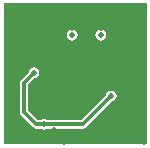
<source format=gbl>
G04*
G04 #@! TF.GenerationSoftware,Altium Limited,Altium Designer,19.0.10 (269)*
G04*
G04 Layer_Physical_Order=4*
G04 Layer_Color=16711680*
%FSLAX24Y24*%
%MOIN*%
G70*
G01*
G75*
%ADD27C,0.0118*%
%ADD34C,0.0197*%
%ADD36C,0.0169*%
G36*
X2360Y-2517D02*
X-2419D01*
Y2182D01*
X2360D01*
Y-2517D01*
D02*
G37*
%LPC*%
G36*
X817Y1303D02*
X748Y1289D01*
X689Y1250D01*
X650Y1191D01*
X636Y1122D01*
X650Y1053D01*
X689Y994D01*
X748Y955D01*
X817Y941D01*
X886Y955D01*
X945Y994D01*
X984Y1053D01*
X998Y1122D01*
X984Y1191D01*
X945Y1250D01*
X886Y1289D01*
X817Y1303D01*
D02*
G37*
G36*
X-128D02*
X-197Y1289D01*
X-256Y1250D01*
X-295Y1191D01*
X-309Y1122D01*
X-295Y1053D01*
X-256Y994D01*
X-197Y955D01*
X-128Y941D01*
X-59Y955D01*
X-0Y994D01*
X39Y1053D01*
X53Y1122D01*
X39Y1191D01*
X-0Y1250D01*
X-59Y1289D01*
X-128Y1303D01*
D02*
G37*
G36*
X-1407Y54D02*
X-1476Y40D01*
X-1535Y1D01*
X-1574Y-58D01*
X-1583Y-105D01*
X-1839Y-361D01*
X-1870Y-407D01*
X-1880Y-460D01*
Y-1444D01*
X-1870Y-1498D01*
X-1839Y-1543D01*
X-1433Y-1950D01*
X-1387Y-1980D01*
X-1333Y-1991D01*
X-1179D01*
X-1139Y-2017D01*
X-1070Y-2031D01*
X-1001Y-2017D01*
X-961Y-1991D01*
X226D01*
X280Y-1980D01*
X325Y-1950D01*
X1194Y-1082D01*
X1240Y-1072D01*
X1299Y-1033D01*
X1338Y-974D01*
X1352Y-905D01*
X1338Y-836D01*
X1299Y-778D01*
X1240Y-738D01*
X1171Y-725D01*
X1102Y-738D01*
X1043Y-778D01*
X1004Y-836D01*
X995Y-883D01*
X168Y-1710D01*
X-961D01*
X-1001Y-1684D01*
X-1070Y-1670D01*
X-1139Y-1684D01*
X-1179Y-1710D01*
X-1275D01*
X-1600Y-1386D01*
Y-519D01*
X-1384Y-303D01*
X-1338Y-294D01*
X-1279Y-255D01*
X-1240Y-196D01*
X-1226Y-127D01*
X-1240Y-58D01*
X-1279Y1D01*
X-1338Y40D01*
X-1407Y54D01*
D02*
G37*
%LPD*%
D27*
X226Y-1850D02*
X1171Y-905D01*
X-1070Y-1850D02*
X226D01*
X-1740Y-460D02*
X-1407Y-127D01*
X-1740Y-1444D02*
Y-460D01*
Y-1444D02*
X-1333Y-1850D01*
X-1070D01*
D34*
X1171Y-905D02*
D03*
X1526Y1161D02*
D03*
X1526Y815D02*
D03*
X1969Y837D02*
D03*
X1201Y2077D02*
D03*
X-2313Y-295D02*
D03*
X-1110Y968D02*
D03*
X-1407Y-127D02*
D03*
X-728Y-2047D02*
D03*
X-1070Y-1850D02*
D03*
X-420Y-2421D02*
D03*
X-360Y-1130D02*
D03*
X-374Y-1374D02*
D03*
X-1490Y-1350D02*
D03*
X1526Y-758D02*
D03*
X1813Y-966D02*
D03*
X1144Y-2246D02*
D03*
X1821Y-389D02*
D03*
X2244Y249D02*
D03*
Y-389D02*
D03*
X1821Y249D02*
D03*
X1148Y190D02*
D03*
X924Y-303D02*
D03*
X1440Y-380D02*
D03*
X817Y1122D02*
D03*
X-128D02*
D03*
X-127Y1366D02*
D03*
X817D02*
D03*
X-1939Y197D02*
D03*
Y630D02*
D03*
X-1870Y-2006D02*
D03*
X-1250Y2087D02*
D03*
X-807D02*
D03*
X2244Y1299D02*
D03*
X-1921Y2047D02*
D03*
X-1810Y1290D02*
D03*
X-2303Y1368D02*
D03*
Y2047D02*
D03*
X-1190Y-2350D02*
D03*
X-2303Y-2402D02*
D03*
X2244Y2077D02*
D03*
X2264Y-1171D02*
D03*
Y-2421D02*
D03*
X320Y-2190D02*
D03*
D36*
X67Y-72D02*
D03*
X-263Y-50D02*
D03*
M02*

</source>
